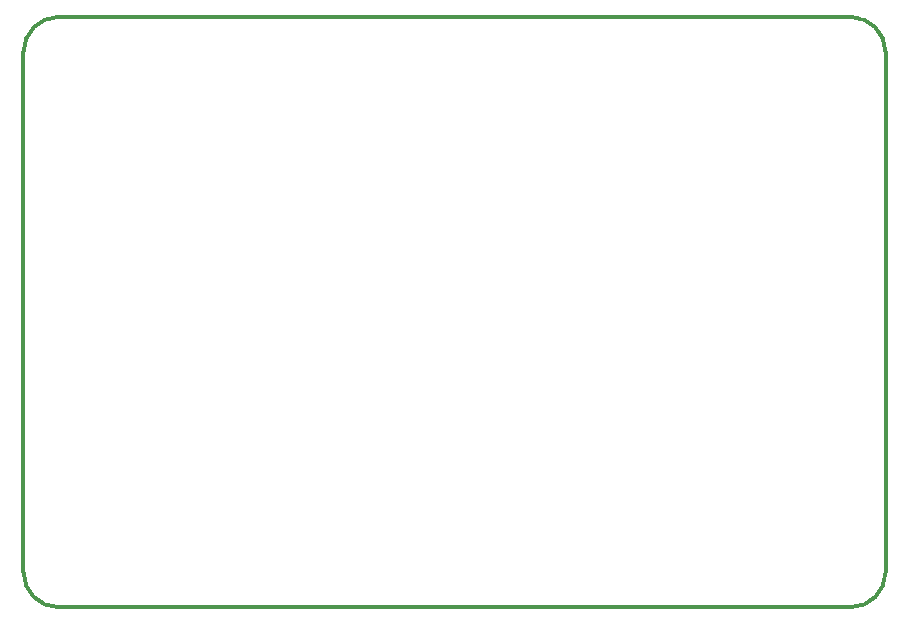
<source format=gm1>
G04 Layer_Color=16711935*
%FSLAX25Y25*%
%MOIN*%
G70*
G01*
G75*
%ADD37C,0.01181*%
D37*
X279528Y3937D02*
G03*
X291339Y15748I0J11811D01*
G01*
Y188976D02*
G03*
X279528Y200787I-11811J0D01*
G01*
X15748D02*
G03*
X3937Y188976I0J-11811D01*
G01*
X3937Y15748D02*
G03*
X15748Y3937I11811J0D01*
G01*
X291339Y15748D02*
Y188976D01*
X15748Y3937D02*
X279528D01*
X3937Y15748D02*
Y188976D01*
X15748Y200787D02*
X279528D01*
M02*

</source>
